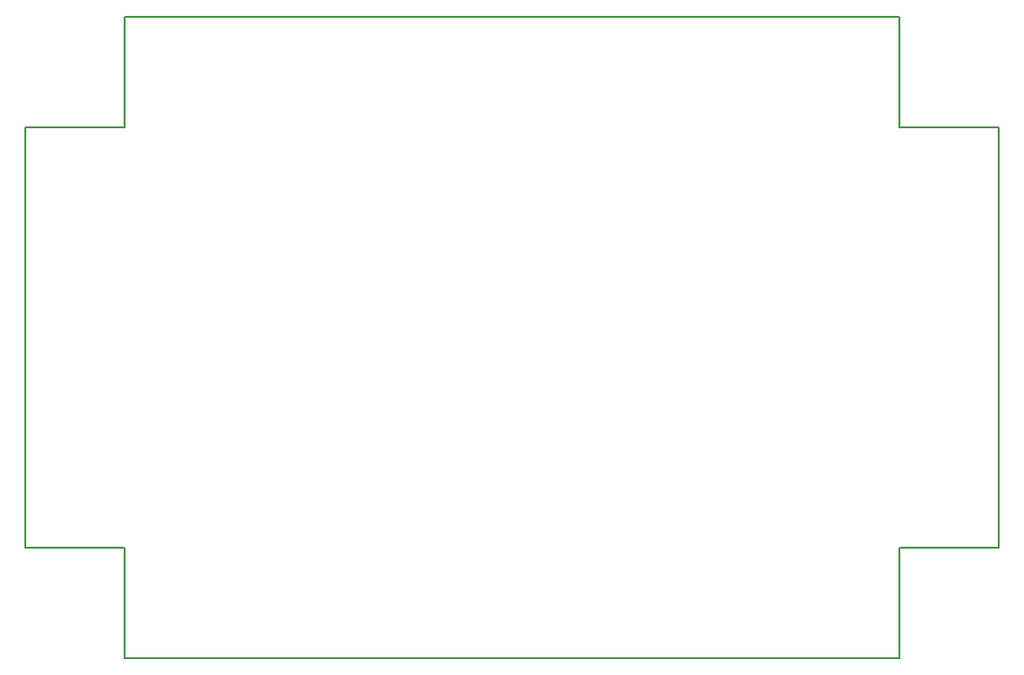
<source format=gbr>
%TF.GenerationSoftware,KiCad,Pcbnew,(5.1.9)-1*%
%TF.CreationDate,2022-03-31T17:20:55+02:00*%
%TF.ProjectId,Balance ruche,42616c61-6e63-4652-9072-756368652e6b,rev?*%
%TF.SameCoordinates,Original*%
%TF.FileFunction,Profile,NP*%
%FSLAX46Y46*%
G04 Gerber Fmt 4.6, Leading zero omitted, Abs format (unit mm)*
G04 Created by KiCad (PCBNEW (5.1.9)-1) date 2022-03-31 17:20:55*
%MOMM*%
%LPD*%
G01*
G04 APERTURE LIST*
%TA.AperFunction,Profile*%
%ADD10C,0.150000*%
%TD*%
G04 APERTURE END LIST*
D10*
X232660000Y-124460000D02*
X241670000Y-124460000D01*
X232660000Y-134460000D02*
X232660000Y-124460000D01*
X162670000Y-134460000D02*
X232660000Y-134460000D01*
X162670000Y-134460000D02*
X162670000Y-124460000D01*
X153660000Y-124450000D02*
X162670000Y-124460000D01*
X162670000Y-76460000D02*
X232670000Y-76460000D01*
X232670000Y-86460000D02*
X232670000Y-76460000D01*
X162670000Y-86460000D02*
X162670000Y-76460000D01*
X232670000Y-86460000D02*
X241670000Y-86460000D01*
X153670000Y-86460000D02*
X162670000Y-86460000D01*
X241670000Y-124460000D02*
X241670000Y-86460000D01*
X153660000Y-124450000D02*
X153670000Y-86460000D01*
M02*

</source>
